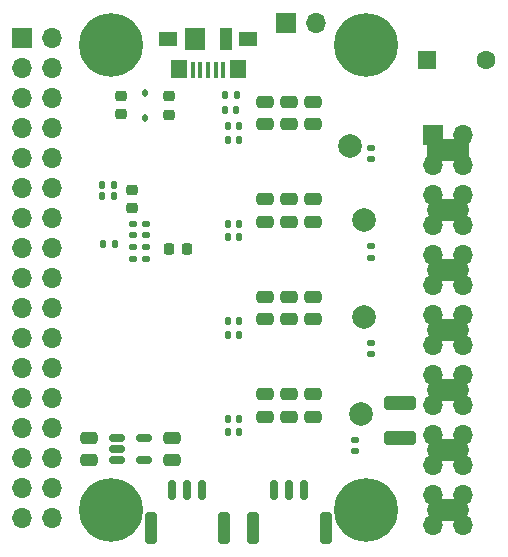
<source format=gbs>
%TF.GenerationSoftware,KiCad,Pcbnew,(7.0.0)*%
%TF.CreationDate,2023-11-06T15:13:21-05:00*%
%TF.ProjectId,ECE4760 Motor Driver,45434534-3736-4302-904d-6f746f722044,rev?*%
%TF.SameCoordinates,Original*%
%TF.FileFunction,Soldermask,Bot*%
%TF.FilePolarity,Negative*%
%FSLAX46Y46*%
G04 Gerber Fmt 4.6, Leading zero omitted, Abs format (unit mm)*
G04 Created by KiCad (PCBNEW (7.0.0)) date 2023-11-06 15:13:21*
%MOMM*%
%LPD*%
G01*
G04 APERTURE LIST*
G04 Aperture macros list*
%AMRoundRect*
0 Rectangle with rounded corners*
0 $1 Rounding radius*
0 $2 $3 $4 $5 $6 $7 $8 $9 X,Y pos of 4 corners*
0 Add a 4 corners polygon primitive as box body*
4,1,4,$2,$3,$4,$5,$6,$7,$8,$9,$2,$3,0*
0 Add four circle primitives for the rounded corners*
1,1,$1+$1,$2,$3*
1,1,$1+$1,$4,$5*
1,1,$1+$1,$6,$7*
1,1,$1+$1,$8,$9*
0 Add four rect primitives between the rounded corners*
20,1,$1+$1,$2,$3,$4,$5,0*
20,1,$1+$1,$4,$5,$6,$7,0*
20,1,$1+$1,$6,$7,$8,$9,0*
20,1,$1+$1,$8,$9,$2,$3,0*%
G04 Aperture macros list end*
%ADD10C,0.800000*%
%ADD11C,5.400000*%
%ADD12RoundRect,0.250000X-1.550000X0.650000X-1.550000X-0.650000X1.550000X-0.650000X1.550000X0.650000X0*%
%ADD13O,3.600000X1.800000*%
%ADD14R,1.600000X1.600000*%
%ADD15C,1.600000*%
%ADD16RoundRect,0.250000X-0.475000X0.250000X-0.475000X-0.250000X0.475000X-0.250000X0.475000X0.250000X0*%
%ADD17RoundRect,0.140000X0.170000X-0.140000X0.170000X0.140000X-0.170000X0.140000X-0.170000X-0.140000X0*%
%ADD18RoundRect,0.140000X0.140000X0.170000X-0.140000X0.170000X-0.140000X-0.170000X0.140000X-0.170000X0*%
%ADD19RoundRect,0.140000X-0.170000X0.140000X-0.170000X-0.140000X0.170000X-0.140000X0.170000X0.140000X0*%
%ADD20RoundRect,0.140000X-0.140000X-0.170000X0.140000X-0.170000X0.140000X0.170000X-0.140000X0.170000X0*%
%ADD21RoundRect,0.225000X0.250000X-0.225000X0.250000X0.225000X-0.250000X0.225000X-0.250000X-0.225000X0*%
%ADD22RoundRect,0.225000X-0.225000X-0.250000X0.225000X-0.250000X0.225000X0.250000X-0.225000X0.250000X0*%
%ADD23RoundRect,0.250000X0.475000X-0.250000X0.475000X0.250000X-0.475000X0.250000X-0.475000X-0.250000X0*%
%ADD24RoundRect,0.135000X0.135000X0.185000X-0.135000X0.185000X-0.135000X-0.185000X0.135000X-0.185000X0*%
%ADD25R,1.700000X1.700000*%
%ADD26O,1.700000X1.700000*%
%ADD27RoundRect,0.218750X-0.256250X0.218750X-0.256250X-0.218750X0.256250X-0.218750X0.256250X0.218750X0*%
%ADD28RoundRect,0.225000X-0.250000X0.225000X-0.250000X-0.225000X0.250000X-0.225000X0.250000X0.225000X0*%
%ADD29RoundRect,0.250000X1.100000X-0.325000X1.100000X0.325000X-1.100000X0.325000X-1.100000X-0.325000X0*%
%ADD30R,0.450000X1.380000*%
%ADD31R,1.650000X1.300000*%
%ADD32R,1.425000X1.550000*%
%ADD33R,1.800000X1.900000*%
%ADD34R,1.000000X1.900000*%
%ADD35C,2.000000*%
%ADD36RoundRect,0.150000X0.150000X0.700000X-0.150000X0.700000X-0.150000X-0.700000X0.150000X-0.700000X0*%
%ADD37RoundRect,0.250000X0.250000X1.100000X-0.250000X1.100000X-0.250000X-1.100000X0.250000X-1.100000X0*%
%ADD38RoundRect,0.150000X-0.512500X-0.150000X0.512500X-0.150000X0.512500X0.150000X-0.512500X0.150000X0*%
%ADD39RoundRect,0.112500X-0.112500X0.187500X-0.112500X-0.187500X0.112500X-0.187500X0.112500X0.187500X0*%
%ADD40RoundRect,0.135000X-0.135000X-0.185000X0.135000X-0.185000X0.135000X0.185000X-0.135000X0.185000X0*%
G04 APERTURE END LIST*
D10*
%TO.C,H2*%
X83700000Y-43815000D03*
X84293109Y-42383109D03*
X84293109Y-45246891D03*
X85725000Y-41790000D03*
D11*
X85725000Y-43815000D03*
D10*
X85725000Y-45840000D03*
X87156891Y-42383109D03*
X87156891Y-45246891D03*
X87750000Y-43815000D03*
%TD*%
%TO.C,H1*%
X105290000Y-43815000D03*
X105883109Y-42383109D03*
X105883109Y-45246891D03*
X107315000Y-41790000D03*
D11*
X107315000Y-43815000D03*
D10*
X107315000Y-45840000D03*
X108746891Y-42383109D03*
X108746891Y-45246891D03*
X109340000Y-43815000D03*
%TD*%
D12*
%TO.C,J2*%
X114300000Y-52705000D03*
D13*
X114299999Y-57784999D03*
X114299999Y-62864999D03*
X114299999Y-67944999D03*
X114299999Y-73024999D03*
X114299999Y-78104999D03*
X114299999Y-83184999D03*
%TD*%
D10*
%TO.C,H4*%
X83700000Y-83185000D03*
X84293109Y-81753109D03*
X84293109Y-84616891D03*
X85725000Y-81160000D03*
D11*
X85725000Y-83185000D03*
D10*
X85725000Y-85210000D03*
X87156891Y-81753109D03*
X87156891Y-84616891D03*
X87750000Y-83185000D03*
%TD*%
D14*
%TO.C,C1*%
X112532348Y-45084999D03*
D15*
X117532349Y-45085000D03*
%TD*%
D10*
%TO.C,H3*%
X105290000Y-83185000D03*
X105883109Y-81753109D03*
X105883109Y-84616891D03*
X107315000Y-81160000D03*
D11*
X107315000Y-83185000D03*
D10*
X107315000Y-85210000D03*
X108746891Y-81753109D03*
X108746891Y-84616891D03*
X109340000Y-83185000D03*
%TD*%
D16*
%TO.C,C55*%
X100838000Y-48580000D03*
X100838000Y-50480000D03*
%TD*%
D17*
%TO.C,C25*%
X107800000Y-61780000D03*
X107800000Y-60820000D03*
%TD*%
D16*
%TO.C,C63*%
X98806000Y-73345000D03*
X98806000Y-75245000D03*
%TD*%
D18*
%TO.C,C3*%
X96380001Y-49300001D03*
X95420001Y-49300001D03*
%TD*%
%TO.C,C27*%
X96619000Y-67183000D03*
X95659000Y-67183000D03*
%TD*%
D16*
%TO.C,C61*%
X100838000Y-65090000D03*
X100838000Y-66990000D03*
%TD*%
D19*
%TO.C,C8*%
X88700000Y-58920000D03*
X88700000Y-59880000D03*
%TD*%
D20*
%TO.C,C32*%
X95659000Y-76581000D03*
X96619000Y-76581000D03*
%TD*%
D17*
%TO.C,C6*%
X88700000Y-61880000D03*
X88700000Y-60920000D03*
%TD*%
D20*
%TO.C,C10*%
X85120000Y-60600000D03*
X86080000Y-60600000D03*
%TD*%
D16*
%TO.C,C58*%
X100838000Y-56835000D03*
X100838000Y-58735000D03*
%TD*%
D18*
%TO.C,C33*%
X96619000Y-75438000D03*
X95659000Y-75438000D03*
%TD*%
D21*
%TO.C,C5*%
X87500000Y-57575000D03*
X87500000Y-56025000D03*
%TD*%
D16*
%TO.C,C54*%
X98806000Y-48580000D03*
X98806000Y-50480000D03*
%TD*%
D22*
%TO.C,C4*%
X90625000Y-61100000D03*
X92175000Y-61100000D03*
%TD*%
D23*
%TO.C,C12*%
X83900001Y-78950000D03*
X83900001Y-77050000D03*
%TD*%
D24*
%TO.C,R3*%
X86000000Y-56600000D03*
X84980000Y-56600000D03*
%TD*%
D16*
%TO.C,C57*%
X98806000Y-56835000D03*
X98806000Y-58735000D03*
%TD*%
%TO.C,C62*%
X102870000Y-65090000D03*
X102870000Y-66990000D03*
%TD*%
D25*
%TO.C,J6*%
X100583999Y-41909999D03*
D26*
X103123999Y-41909999D03*
%TD*%
D18*
%TO.C,C15*%
X96619000Y-50673000D03*
X95659000Y-50673000D03*
%TD*%
D27*
%TO.C,F1*%
X90700000Y-48112500D03*
X90700000Y-49687500D03*
%TD*%
D16*
%TO.C,C65*%
X102870000Y-73345000D03*
X102870000Y-75245000D03*
%TD*%
D28*
%TO.C,C2*%
X86614000Y-48120000D03*
X86614000Y-49670000D03*
%TD*%
D29*
%TO.C,RV1*%
X110236000Y-77040000D03*
X110236000Y-74090000D03*
%TD*%
D20*
%TO.C,C14*%
X95659000Y-51816000D03*
X96619000Y-51816000D03*
%TD*%
D17*
%TO.C,C9*%
X87600000Y-61880000D03*
X87600000Y-60920000D03*
%TD*%
D16*
%TO.C,C59*%
X102870000Y-56835000D03*
X102870000Y-58735000D03*
%TD*%
D30*
%TO.C,J3*%
X92679999Y-45909999D03*
X93329999Y-45909999D03*
X93979999Y-45909999D03*
X94629999Y-45909999D03*
X95279999Y-45909999D03*
D31*
X90604999Y-43249999D03*
D32*
X91492499Y-45824999D03*
D33*
X92829999Y-43249999D03*
D34*
X95529999Y-43249999D03*
D32*
X96467499Y-45824999D03*
D31*
X97354999Y-43249999D03*
%TD*%
D25*
%TO.C,J1*%
X78231999Y-43179999D03*
D26*
X80771999Y-43179999D03*
X78231999Y-45719999D03*
X80771999Y-45719999D03*
X78231999Y-48259999D03*
X80771999Y-48259999D03*
X78231999Y-50799999D03*
X80771999Y-50799999D03*
X78231999Y-53339999D03*
X80771999Y-53339999D03*
X78231999Y-55879999D03*
X80771999Y-55879999D03*
X78231999Y-58419999D03*
X80771999Y-58419999D03*
X78231999Y-60959999D03*
X80771999Y-60959999D03*
X78231999Y-63499999D03*
X80771999Y-63499999D03*
X78231999Y-66039999D03*
X80771999Y-66039999D03*
X78231999Y-68579999D03*
X80771999Y-68579999D03*
X78231999Y-71119999D03*
X80771999Y-71119999D03*
X78231999Y-73659999D03*
X80771999Y-73659999D03*
X78231999Y-76199999D03*
X80771999Y-76199999D03*
X78231999Y-78739999D03*
X80771999Y-78739999D03*
X78231999Y-81279999D03*
X80771999Y-81279999D03*
X78231999Y-83819999D03*
X80771999Y-83819999D03*
%TD*%
D16*
%TO.C,C64*%
X100838000Y-73345000D03*
X100838000Y-75245000D03*
%TD*%
D17*
%TO.C,C31*%
X107800000Y-69980000D03*
X107800000Y-69020000D03*
%TD*%
D23*
%TO.C,C13*%
X90900001Y-78950000D03*
X90900001Y-77050000D03*
%TD*%
D17*
%TO.C,C7*%
X87600000Y-59880000D03*
X87600000Y-58920000D03*
%TD*%
D35*
%TO.C,TP2*%
X107200000Y-58600000D03*
%TD*%
D18*
%TO.C,C21*%
X96619000Y-58928000D03*
X95659000Y-58928000D03*
%TD*%
D25*
%TO.C,J100*%
X113029999Y-51434999D03*
D26*
X115569999Y-51434999D03*
X113029999Y-53974999D03*
X115569999Y-53974999D03*
X113029999Y-56514999D03*
X115569999Y-56514999D03*
X113029999Y-59054999D03*
X115569999Y-59054999D03*
X113029999Y-61594999D03*
X115569999Y-61594999D03*
X113029999Y-64134999D03*
X115569999Y-64134999D03*
X113029999Y-66674999D03*
X115569999Y-66674999D03*
X113029999Y-69214999D03*
X115569999Y-69214999D03*
X113029999Y-71754999D03*
X115569999Y-71754999D03*
X113029999Y-74294999D03*
X115569999Y-74294999D03*
X113029999Y-76834999D03*
X115569999Y-76834999D03*
X113029999Y-79374999D03*
X115569999Y-79374999D03*
X113029999Y-81914999D03*
X115569999Y-81914999D03*
X113029999Y-84454999D03*
X115569999Y-84454999D03*
%TD*%
D36*
%TO.C,J5*%
X93452000Y-81462000D03*
X92202000Y-81462000D03*
X90952000Y-81462000D03*
D37*
X95302000Y-84662000D03*
X89102000Y-84662000D03*
%TD*%
D24*
%TO.C,R1*%
X96410000Y-48000000D03*
X95390000Y-48000000D03*
%TD*%
D38*
%TO.C,U5*%
X86262500Y-78950000D03*
X86262500Y-78000000D03*
X86262500Y-77050000D03*
X88537500Y-77050000D03*
X88537500Y-78950000D03*
%TD*%
D35*
%TO.C,TP3*%
X107200000Y-66800000D03*
%TD*%
D39*
%TO.C,D1*%
X88600000Y-47850000D03*
X88600000Y-49950000D03*
%TD*%
D35*
%TO.C,TP1*%
X106000000Y-52324000D03*
%TD*%
D17*
%TO.C,C19*%
X107800000Y-53480000D03*
X107800000Y-52520000D03*
%TD*%
D16*
%TO.C,C56*%
X102870000Y-48580000D03*
X102870000Y-50480000D03*
%TD*%
D40*
%TO.C,R2*%
X84980000Y-55600000D03*
X86000000Y-55600000D03*
%TD*%
D20*
%TO.C,C20*%
X95659000Y-60071000D03*
X96619000Y-60071000D03*
%TD*%
D17*
%TO.C,C37*%
X106400000Y-78180000D03*
X106400000Y-77220000D03*
%TD*%
D20*
%TO.C,C26*%
X95659000Y-68326000D03*
X96619000Y-68326000D03*
%TD*%
D36*
%TO.C,J4*%
X102088000Y-81462000D03*
X100838000Y-81462000D03*
X99588000Y-81462000D03*
D37*
X103938000Y-84662000D03*
X97738000Y-84662000D03*
%TD*%
D16*
%TO.C,C60*%
X98806000Y-65090000D03*
X98806000Y-66990000D03*
%TD*%
D35*
%TO.C,TP4*%
X106900000Y-75000000D03*
%TD*%
M02*

</source>
